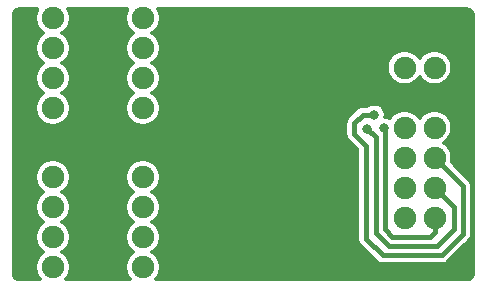
<source format=gbl>
%TF.GenerationSoftware,KiCad,Pcbnew,5.1.6-c6e7f7d~86~ubuntu18.04.1*%
%TF.CreationDate,2020-07-28T03:10:59+01:00*%
%TF.ProjectId,pmod_picoblade,706d6f64-5f70-4696-936f-626c6164652e,rev?*%
%TF.SameCoordinates,Original*%
%TF.FileFunction,Copper,L2,Bot*%
%TF.FilePolarity,Positive*%
%FSLAX46Y46*%
G04 Gerber Fmt 4.6, Leading zero omitted, Abs format (unit mm)*
G04 Created by KiCad (PCBNEW 5.1.6-c6e7f7d~86~ubuntu18.04.1) date 2020-07-28 03:10:59*
%MOMM*%
%LPD*%
G01*
G04 APERTURE LIST*
%TA.AperFunction,ComponentPad*%
%ADD10C,1.900000*%
%TD*%
%TA.AperFunction,ViaPad*%
%ADD11C,0.800000*%
%TD*%
%TA.AperFunction,Conductor*%
%ADD12C,0.400000*%
%TD*%
%TA.AperFunction,Conductor*%
%ADD13C,0.300000*%
%TD*%
G04 APERTURE END LIST*
D10*
%TO.P,J6,8*%
%TO.N,/PMOD4*%
X110490000Y-66929000D03*
%TO.P,J6,7*%
%TO.N,GND*%
X107950000Y-66929000D03*
%TO.P,J6,6*%
%TO.N,/PMOD5*%
X110490000Y-64389000D03*
%TO.P,J6,5*%
%TO.N,GND*%
X107950000Y-64389000D03*
%TO.P,J6,4*%
%TO.N,/PMOD6*%
X110490000Y-61849000D03*
%TO.P,J6,3*%
%TO.N,GND*%
X107950000Y-61849000D03*
%TO.P,J6,2*%
%TO.N,/PMOD7*%
X110490000Y-59309000D03*
%TO.P,J6,1*%
%TO.N,GND*%
X107950000Y-59309000D03*
%TD*%
%TO.P,J5,1*%
%TO.N,GND*%
X100330000Y-59309000D03*
%TO.P,J5,2*%
%TO.N,/PMOD7*%
X102870000Y-59309000D03*
%TO.P,J5,3*%
%TO.N,GND*%
X100330000Y-61849000D03*
%TO.P,J5,4*%
%TO.N,/PMOD6*%
X102870000Y-61849000D03*
%TO.P,J5,5*%
%TO.N,GND*%
X100330000Y-64389000D03*
%TO.P,J5,6*%
%TO.N,/PMOD5*%
X102870000Y-64389000D03*
%TO.P,J5,7*%
%TO.N,GND*%
X100330000Y-66929000D03*
%TO.P,J5,8*%
%TO.N,/PMOD4*%
X102870000Y-66929000D03*
%TD*%
%TO.P,J4,12*%
%TO.N,N/C*%
X132650000Y-63500000D03*
%TO.P,J4,11*%
X135190000Y-63500000D03*
%TO.P,J4,10*%
%TO.N,GND*%
X132650000Y-66040000D03*
%TO.P,J4,9*%
X135190000Y-66040000D03*
%TO.P,J4,8*%
%TO.N,/PMOD3*%
X132650000Y-68580000D03*
%TO.P,J4,7*%
%TO.N,/PMOD7*%
X135190000Y-68580000D03*
%TO.P,J4,6*%
%TO.N,/PMOD2*%
X132650000Y-71120000D03*
%TO.P,J4,5*%
%TO.N,/PMOD6*%
X135190000Y-71120000D03*
%TO.P,J4,4*%
%TO.N,/PMOD1*%
X132650000Y-73660000D03*
%TO.P,J4,3*%
%TO.N,/PMOD5*%
X135190000Y-73660000D03*
%TO.P,J4,2*%
%TO.N,/PMOD0*%
X132650000Y-76200000D03*
%TO.P,J4,1*%
%TO.N,/PMOD4*%
X135190000Y-76200000D03*
%TD*%
%TO.P,J2,8*%
%TO.N,/PMOD0*%
X110490000Y-80391000D03*
%TO.P,J2,7*%
%TO.N,GND*%
X107950000Y-80391000D03*
%TO.P,J2,6*%
%TO.N,/PMOD1*%
X110490000Y-77851000D03*
%TO.P,J2,5*%
%TO.N,GND*%
X107950000Y-77851000D03*
%TO.P,J2,4*%
%TO.N,/PMOD2*%
X110490000Y-75311000D03*
%TO.P,J2,3*%
%TO.N,GND*%
X107950000Y-75311000D03*
%TO.P,J2,2*%
%TO.N,/PMOD3*%
X110490000Y-72771000D03*
%TO.P,J2,1*%
%TO.N,GND*%
X107950000Y-72771000D03*
%TD*%
%TO.P,J1,8*%
%TO.N,/PMOD0*%
X102870000Y-80391000D03*
%TO.P,J1,7*%
%TO.N,GND*%
X100330000Y-80391000D03*
%TO.P,J1,6*%
%TO.N,/PMOD1*%
X102870000Y-77851000D03*
%TO.P,J1,5*%
%TO.N,GND*%
X100330000Y-77851000D03*
%TO.P,J1,4*%
%TO.N,/PMOD2*%
X102870000Y-75311000D03*
%TO.P,J1,3*%
%TO.N,GND*%
X100330000Y-75311000D03*
%TO.P,J1,2*%
%TO.N,/PMOD3*%
X102870000Y-72771000D03*
%TO.P,J1,1*%
%TO.N,GND*%
X100330000Y-72771000D03*
%TD*%
D11*
%TO.N,GND*%
X120500000Y-62200000D03*
X123600000Y-62200000D03*
X114700000Y-70200000D03*
X117400000Y-70200000D03*
%TO.N,/PMOD4*%
X130900000Y-68600000D03*
%TO.N,/PMOD6*%
X130100000Y-67500000D03*
%TO.N,/PMOD5*%
X129500000Y-68700000D03*
%TD*%
D12*
%TO.N,/PMOD4*%
X135190000Y-76200000D02*
X135190000Y-77410000D01*
X135190000Y-77410000D02*
X134800000Y-77800000D01*
X134800000Y-77800000D02*
X131600000Y-77800000D01*
X131600000Y-77800000D02*
X131000000Y-77200000D01*
X131000000Y-77200000D02*
X131000000Y-68700000D01*
X131000000Y-68700000D02*
X130900000Y-68600000D01*
%TO.N,/PMOD6*%
X135190000Y-71120000D02*
X137600000Y-73530000D01*
X137600000Y-73530000D02*
X137600000Y-77600000D01*
X137600000Y-77600000D02*
X135800000Y-79400000D01*
X135800000Y-79400000D02*
X130800000Y-79400000D01*
X130800000Y-79400000D02*
X129400000Y-78000000D01*
X129400000Y-78000000D02*
X129400000Y-70100000D01*
X129400000Y-70100000D02*
X128400000Y-69100000D01*
X128400000Y-69100000D02*
X128400000Y-68200000D01*
X128400000Y-68200000D02*
X129100000Y-67500000D01*
X129100000Y-67500000D02*
X130100000Y-67500000D01*
%TO.N,/PMOD5*%
X135190000Y-73660000D02*
X136800000Y-75270000D01*
X136800000Y-75270000D02*
X136800000Y-77200000D01*
X136800000Y-77200000D02*
X135400000Y-78600000D01*
X135400000Y-78600000D02*
X131300000Y-78600000D01*
X131300000Y-78600000D02*
X130200000Y-77500000D01*
X130200000Y-77500000D02*
X130200000Y-69400000D01*
X130200000Y-69400000D02*
X129500000Y-68700000D01*
%TD*%
D13*
%TO.N,GND*%
G36*
X101540717Y-58598483D02*
G01*
X101427644Y-58871466D01*
X101370000Y-59161263D01*
X101370000Y-59456737D01*
X101427644Y-59746534D01*
X101540717Y-60019517D01*
X101704874Y-60265194D01*
X101913806Y-60474126D01*
X102070760Y-60579000D01*
X101913806Y-60683874D01*
X101704874Y-60892806D01*
X101540717Y-61138483D01*
X101427644Y-61411466D01*
X101370000Y-61701263D01*
X101370000Y-61996737D01*
X101427644Y-62286534D01*
X101540717Y-62559517D01*
X101704874Y-62805194D01*
X101913806Y-63014126D01*
X102070760Y-63119000D01*
X101913806Y-63223874D01*
X101704874Y-63432806D01*
X101540717Y-63678483D01*
X101427644Y-63951466D01*
X101370000Y-64241263D01*
X101370000Y-64536737D01*
X101427644Y-64826534D01*
X101540717Y-65099517D01*
X101704874Y-65345194D01*
X101913806Y-65554126D01*
X102070760Y-65659000D01*
X101913806Y-65763874D01*
X101704874Y-65972806D01*
X101540717Y-66218483D01*
X101427644Y-66491466D01*
X101370000Y-66781263D01*
X101370000Y-67076737D01*
X101427644Y-67366534D01*
X101540717Y-67639517D01*
X101704874Y-67885194D01*
X101913806Y-68094126D01*
X102159483Y-68258283D01*
X102432466Y-68371356D01*
X102722263Y-68429000D01*
X103017737Y-68429000D01*
X103307534Y-68371356D01*
X103580517Y-68258283D01*
X103826194Y-68094126D01*
X104035126Y-67885194D01*
X104199283Y-67639517D01*
X104312356Y-67366534D01*
X104370000Y-67076737D01*
X104370000Y-66781263D01*
X104312356Y-66491466D01*
X104199283Y-66218483D01*
X104035126Y-65972806D01*
X103826194Y-65763874D01*
X103669240Y-65659000D01*
X103826194Y-65554126D01*
X104035126Y-65345194D01*
X104199283Y-65099517D01*
X104312356Y-64826534D01*
X104370000Y-64536737D01*
X104370000Y-64241263D01*
X104312356Y-63951466D01*
X104199283Y-63678483D01*
X104035126Y-63432806D01*
X103826194Y-63223874D01*
X103669240Y-63119000D01*
X103826194Y-63014126D01*
X104035126Y-62805194D01*
X104199283Y-62559517D01*
X104312356Y-62286534D01*
X104370000Y-61996737D01*
X104370000Y-61701263D01*
X104312356Y-61411466D01*
X104199283Y-61138483D01*
X104035126Y-60892806D01*
X103826194Y-60683874D01*
X103669240Y-60579000D01*
X103826194Y-60474126D01*
X104035126Y-60265194D01*
X104199283Y-60019517D01*
X104312356Y-59746534D01*
X104370000Y-59456737D01*
X104370000Y-59161263D01*
X104312356Y-58871466D01*
X104199283Y-58598483D01*
X104183592Y-58575000D01*
X109176408Y-58575000D01*
X109160717Y-58598483D01*
X109047644Y-58871466D01*
X108990000Y-59161263D01*
X108990000Y-59456737D01*
X109047644Y-59746534D01*
X109160717Y-60019517D01*
X109324874Y-60265194D01*
X109533806Y-60474126D01*
X109690760Y-60579000D01*
X109533806Y-60683874D01*
X109324874Y-60892806D01*
X109160717Y-61138483D01*
X109047644Y-61411466D01*
X108990000Y-61701263D01*
X108990000Y-61996737D01*
X109047644Y-62286534D01*
X109160717Y-62559517D01*
X109324874Y-62805194D01*
X109533806Y-63014126D01*
X109690760Y-63119000D01*
X109533806Y-63223874D01*
X109324874Y-63432806D01*
X109160717Y-63678483D01*
X109047644Y-63951466D01*
X108990000Y-64241263D01*
X108990000Y-64536737D01*
X109047644Y-64826534D01*
X109160717Y-65099517D01*
X109324874Y-65345194D01*
X109533806Y-65554126D01*
X109690760Y-65659000D01*
X109533806Y-65763874D01*
X109324874Y-65972806D01*
X109160717Y-66218483D01*
X109047644Y-66491466D01*
X108990000Y-66781263D01*
X108990000Y-67076737D01*
X109047644Y-67366534D01*
X109160717Y-67639517D01*
X109324874Y-67885194D01*
X109533806Y-68094126D01*
X109779483Y-68258283D01*
X110052466Y-68371356D01*
X110342263Y-68429000D01*
X110637737Y-68429000D01*
X110927534Y-68371356D01*
X111200517Y-68258283D01*
X111287743Y-68200000D01*
X127646373Y-68200000D01*
X127650000Y-68236827D01*
X127650000Y-69063173D01*
X127646373Y-69100000D01*
X127650000Y-69136827D01*
X127650000Y-69136834D01*
X127660853Y-69247025D01*
X127703739Y-69388400D01*
X127773381Y-69518692D01*
X127867105Y-69632895D01*
X127895719Y-69656378D01*
X128650001Y-70410661D01*
X128650000Y-77963173D01*
X128646373Y-78000000D01*
X128650000Y-78036827D01*
X128650000Y-78036834D01*
X128660853Y-78147025D01*
X128703739Y-78288400D01*
X128773381Y-78418692D01*
X128867105Y-78532895D01*
X128895719Y-78556378D01*
X130243626Y-79904286D01*
X130267105Y-79932895D01*
X130381307Y-80026619D01*
X130511599Y-80096261D01*
X130652974Y-80139147D01*
X130763165Y-80150000D01*
X130763172Y-80150000D01*
X130800000Y-80153627D01*
X130836827Y-80150000D01*
X135763173Y-80150000D01*
X135800000Y-80153627D01*
X135836827Y-80150000D01*
X135836835Y-80150000D01*
X135947026Y-80139147D01*
X136088401Y-80096261D01*
X136218693Y-80026619D01*
X136332895Y-79932895D01*
X136356378Y-79904281D01*
X138104291Y-78156370D01*
X138132895Y-78132895D01*
X138156369Y-78104292D01*
X138156376Y-78104285D01*
X138226618Y-78018694D01*
X138234321Y-78004283D01*
X138296261Y-77888401D01*
X138339147Y-77747026D01*
X138350000Y-77636835D01*
X138350000Y-77636826D01*
X138353627Y-77600001D01*
X138350000Y-77563176D01*
X138350000Y-73566828D01*
X138353627Y-73530000D01*
X138350000Y-73493172D01*
X138350000Y-73493165D01*
X138339147Y-73382974D01*
X138296261Y-73241599D01*
X138226619Y-73111307D01*
X138132895Y-72997105D01*
X138104287Y-72973627D01*
X136641620Y-71510961D01*
X136690000Y-71267737D01*
X136690000Y-70972263D01*
X136632356Y-70682466D01*
X136519283Y-70409483D01*
X136355126Y-70163806D01*
X136146194Y-69954874D01*
X135989240Y-69850000D01*
X136146194Y-69745126D01*
X136355126Y-69536194D01*
X136519283Y-69290517D01*
X136632356Y-69017534D01*
X136690000Y-68727737D01*
X136690000Y-68432263D01*
X136632356Y-68142466D01*
X136519283Y-67869483D01*
X136355126Y-67623806D01*
X136146194Y-67414874D01*
X135900517Y-67250717D01*
X135627534Y-67137644D01*
X135337737Y-67080000D01*
X135042263Y-67080000D01*
X134752466Y-67137644D01*
X134479483Y-67250717D01*
X134233806Y-67414874D01*
X134024874Y-67623806D01*
X133920000Y-67780760D01*
X133815126Y-67623806D01*
X133606194Y-67414874D01*
X133360517Y-67250717D01*
X133087534Y-67137644D01*
X132797737Y-67080000D01*
X132502263Y-67080000D01*
X132212466Y-67137644D01*
X131939483Y-67250717D01*
X131693806Y-67414874D01*
X131484874Y-67623806D01*
X131381196Y-67778970D01*
X131349994Y-67758121D01*
X131177105Y-67686508D01*
X131037054Y-67658650D01*
X131050000Y-67593567D01*
X131050000Y-67406433D01*
X131013492Y-67222895D01*
X130941879Y-67050006D01*
X130837913Y-66894410D01*
X130705590Y-66762087D01*
X130549994Y-66658121D01*
X130377105Y-66586508D01*
X130193567Y-66550000D01*
X130006433Y-66550000D01*
X129822895Y-66586508D01*
X129650006Y-66658121D01*
X129512499Y-66750000D01*
X129136816Y-66750000D01*
X129099999Y-66746374D01*
X129063182Y-66750000D01*
X129063165Y-66750000D01*
X128952974Y-66760853D01*
X128811599Y-66803739D01*
X128681307Y-66873381D01*
X128681305Y-66873382D01*
X128681306Y-66873382D01*
X128595715Y-66943624D01*
X128595708Y-66943631D01*
X128567105Y-66967105D01*
X128543630Y-66995709D01*
X127895714Y-67643627D01*
X127867106Y-67667105D01*
X127843627Y-67695714D01*
X127843624Y-67695717D01*
X127816131Y-67729218D01*
X127773382Y-67781307D01*
X127738604Y-67846373D01*
X127703739Y-67911600D01*
X127660853Y-68052975D01*
X127656800Y-68094126D01*
X127650000Y-68163165D01*
X127650000Y-68163173D01*
X127646373Y-68200000D01*
X111287743Y-68200000D01*
X111446194Y-68094126D01*
X111655126Y-67885194D01*
X111819283Y-67639517D01*
X111932356Y-67366534D01*
X111990000Y-67076737D01*
X111990000Y-66781263D01*
X111932356Y-66491466D01*
X111819283Y-66218483D01*
X111655126Y-65972806D01*
X111446194Y-65763874D01*
X111289240Y-65659000D01*
X111446194Y-65554126D01*
X111655126Y-65345194D01*
X111819283Y-65099517D01*
X111932356Y-64826534D01*
X111990000Y-64536737D01*
X111990000Y-64241263D01*
X111932356Y-63951466D01*
X111819283Y-63678483D01*
X111655126Y-63432806D01*
X111574583Y-63352263D01*
X131150000Y-63352263D01*
X131150000Y-63647737D01*
X131207644Y-63937534D01*
X131320717Y-64210517D01*
X131484874Y-64456194D01*
X131693806Y-64665126D01*
X131939483Y-64829283D01*
X132212466Y-64942356D01*
X132502263Y-65000000D01*
X132797737Y-65000000D01*
X133087534Y-64942356D01*
X133360517Y-64829283D01*
X133606194Y-64665126D01*
X133815126Y-64456194D01*
X133920000Y-64299240D01*
X134024874Y-64456194D01*
X134233806Y-64665126D01*
X134479483Y-64829283D01*
X134752466Y-64942356D01*
X135042263Y-65000000D01*
X135337737Y-65000000D01*
X135627534Y-64942356D01*
X135900517Y-64829283D01*
X136146194Y-64665126D01*
X136355126Y-64456194D01*
X136519283Y-64210517D01*
X136632356Y-63937534D01*
X136690000Y-63647737D01*
X136690000Y-63352263D01*
X136632356Y-63062466D01*
X136519283Y-62789483D01*
X136355126Y-62543806D01*
X136146194Y-62334874D01*
X135900517Y-62170717D01*
X135627534Y-62057644D01*
X135337737Y-62000000D01*
X135042263Y-62000000D01*
X134752466Y-62057644D01*
X134479483Y-62170717D01*
X134233806Y-62334874D01*
X134024874Y-62543806D01*
X133920000Y-62700760D01*
X133815126Y-62543806D01*
X133606194Y-62334874D01*
X133360517Y-62170717D01*
X133087534Y-62057644D01*
X132797737Y-62000000D01*
X132502263Y-62000000D01*
X132212466Y-62057644D01*
X131939483Y-62170717D01*
X131693806Y-62334874D01*
X131484874Y-62543806D01*
X131320717Y-62789483D01*
X131207644Y-63062466D01*
X131150000Y-63352263D01*
X111574583Y-63352263D01*
X111446194Y-63223874D01*
X111289240Y-63119000D01*
X111446194Y-63014126D01*
X111655126Y-62805194D01*
X111819283Y-62559517D01*
X111932356Y-62286534D01*
X111990000Y-61996737D01*
X111990000Y-61701263D01*
X111932356Y-61411466D01*
X111819283Y-61138483D01*
X111655126Y-60892806D01*
X111446194Y-60683874D01*
X111289240Y-60579000D01*
X111446194Y-60474126D01*
X111655126Y-60265194D01*
X111819283Y-60019517D01*
X111932356Y-59746534D01*
X111990000Y-59456737D01*
X111990000Y-59161263D01*
X111932356Y-58871466D01*
X111819283Y-58598483D01*
X111803592Y-58575000D01*
X137971874Y-58575000D01*
X138082014Y-58585799D01*
X138160906Y-58609618D01*
X138233665Y-58648305D01*
X138297527Y-58700389D01*
X138350056Y-58763885D01*
X138389250Y-58836375D01*
X138413618Y-58915096D01*
X138425000Y-59023383D01*
X138425001Y-80971865D01*
X138414201Y-81082014D01*
X138390382Y-81160905D01*
X138351694Y-81233666D01*
X138299610Y-81297527D01*
X138236114Y-81350056D01*
X138163628Y-81389249D01*
X138084904Y-81413618D01*
X137976616Y-81425000D01*
X111577320Y-81425000D01*
X111655126Y-81347194D01*
X111819283Y-81101517D01*
X111932356Y-80828534D01*
X111990000Y-80538737D01*
X111990000Y-80243263D01*
X111932356Y-79953466D01*
X111819283Y-79680483D01*
X111655126Y-79434806D01*
X111446194Y-79225874D01*
X111289240Y-79121000D01*
X111446194Y-79016126D01*
X111655126Y-78807194D01*
X111819283Y-78561517D01*
X111932356Y-78288534D01*
X111990000Y-77998737D01*
X111990000Y-77703263D01*
X111932356Y-77413466D01*
X111819283Y-77140483D01*
X111655126Y-76894806D01*
X111446194Y-76685874D01*
X111289240Y-76581000D01*
X111446194Y-76476126D01*
X111655126Y-76267194D01*
X111819283Y-76021517D01*
X111932356Y-75748534D01*
X111990000Y-75458737D01*
X111990000Y-75163263D01*
X111932356Y-74873466D01*
X111819283Y-74600483D01*
X111655126Y-74354806D01*
X111446194Y-74145874D01*
X111289240Y-74041000D01*
X111446194Y-73936126D01*
X111655126Y-73727194D01*
X111819283Y-73481517D01*
X111932356Y-73208534D01*
X111990000Y-72918737D01*
X111990000Y-72623263D01*
X111932356Y-72333466D01*
X111819283Y-72060483D01*
X111655126Y-71814806D01*
X111446194Y-71605874D01*
X111200517Y-71441717D01*
X110927534Y-71328644D01*
X110637737Y-71271000D01*
X110342263Y-71271000D01*
X110052466Y-71328644D01*
X109779483Y-71441717D01*
X109533806Y-71605874D01*
X109324874Y-71814806D01*
X109160717Y-72060483D01*
X109047644Y-72333466D01*
X108990000Y-72623263D01*
X108990000Y-72918737D01*
X109047644Y-73208534D01*
X109160717Y-73481517D01*
X109324874Y-73727194D01*
X109533806Y-73936126D01*
X109690760Y-74041000D01*
X109533806Y-74145874D01*
X109324874Y-74354806D01*
X109160717Y-74600483D01*
X109047644Y-74873466D01*
X108990000Y-75163263D01*
X108990000Y-75458737D01*
X109047644Y-75748534D01*
X109160717Y-76021517D01*
X109324874Y-76267194D01*
X109533806Y-76476126D01*
X109690760Y-76581000D01*
X109533806Y-76685874D01*
X109324874Y-76894806D01*
X109160717Y-77140483D01*
X109047644Y-77413466D01*
X108990000Y-77703263D01*
X108990000Y-77998737D01*
X109047644Y-78288534D01*
X109160717Y-78561517D01*
X109324874Y-78807194D01*
X109533806Y-79016126D01*
X109690760Y-79121000D01*
X109533806Y-79225874D01*
X109324874Y-79434806D01*
X109160717Y-79680483D01*
X109047644Y-79953466D01*
X108990000Y-80243263D01*
X108990000Y-80538737D01*
X109047644Y-80828534D01*
X109160717Y-81101517D01*
X109324874Y-81347194D01*
X109402680Y-81425000D01*
X103957320Y-81425000D01*
X104035126Y-81347194D01*
X104199283Y-81101517D01*
X104312356Y-80828534D01*
X104370000Y-80538737D01*
X104370000Y-80243263D01*
X104312356Y-79953466D01*
X104199283Y-79680483D01*
X104035126Y-79434806D01*
X103826194Y-79225874D01*
X103669240Y-79121000D01*
X103826194Y-79016126D01*
X104035126Y-78807194D01*
X104199283Y-78561517D01*
X104312356Y-78288534D01*
X104370000Y-77998737D01*
X104370000Y-77703263D01*
X104312356Y-77413466D01*
X104199283Y-77140483D01*
X104035126Y-76894806D01*
X103826194Y-76685874D01*
X103669240Y-76581000D01*
X103826194Y-76476126D01*
X104035126Y-76267194D01*
X104199283Y-76021517D01*
X104312356Y-75748534D01*
X104370000Y-75458737D01*
X104370000Y-75163263D01*
X104312356Y-74873466D01*
X104199283Y-74600483D01*
X104035126Y-74354806D01*
X103826194Y-74145874D01*
X103669240Y-74041000D01*
X103826194Y-73936126D01*
X104035126Y-73727194D01*
X104199283Y-73481517D01*
X104312356Y-73208534D01*
X104370000Y-72918737D01*
X104370000Y-72623263D01*
X104312356Y-72333466D01*
X104199283Y-72060483D01*
X104035126Y-71814806D01*
X103826194Y-71605874D01*
X103580517Y-71441717D01*
X103307534Y-71328644D01*
X103017737Y-71271000D01*
X102722263Y-71271000D01*
X102432466Y-71328644D01*
X102159483Y-71441717D01*
X101913806Y-71605874D01*
X101704874Y-71814806D01*
X101540717Y-72060483D01*
X101427644Y-72333466D01*
X101370000Y-72623263D01*
X101370000Y-72918737D01*
X101427644Y-73208534D01*
X101540717Y-73481517D01*
X101704874Y-73727194D01*
X101913806Y-73936126D01*
X102070760Y-74041000D01*
X101913806Y-74145874D01*
X101704874Y-74354806D01*
X101540717Y-74600483D01*
X101427644Y-74873466D01*
X101370000Y-75163263D01*
X101370000Y-75458737D01*
X101427644Y-75748534D01*
X101540717Y-76021517D01*
X101704874Y-76267194D01*
X101913806Y-76476126D01*
X102070760Y-76581000D01*
X101913806Y-76685874D01*
X101704874Y-76894806D01*
X101540717Y-77140483D01*
X101427644Y-77413466D01*
X101370000Y-77703263D01*
X101370000Y-77998737D01*
X101427644Y-78288534D01*
X101540717Y-78561517D01*
X101704874Y-78807194D01*
X101913806Y-79016126D01*
X102070760Y-79121000D01*
X101913806Y-79225874D01*
X101704874Y-79434806D01*
X101540717Y-79680483D01*
X101427644Y-79953466D01*
X101370000Y-80243263D01*
X101370000Y-80538737D01*
X101427644Y-80828534D01*
X101540717Y-81101517D01*
X101704874Y-81347194D01*
X101782680Y-81425000D01*
X100028125Y-81425000D01*
X99917986Y-81414201D01*
X99839095Y-81390382D01*
X99766334Y-81351694D01*
X99702473Y-81299610D01*
X99649944Y-81236114D01*
X99610751Y-81163628D01*
X99586382Y-81084904D01*
X99575000Y-80976616D01*
X99575000Y-59028126D01*
X99585799Y-58917986D01*
X99609618Y-58839094D01*
X99648305Y-58766335D01*
X99700389Y-58702473D01*
X99763885Y-58649944D01*
X99836375Y-58610750D01*
X99915096Y-58586382D01*
X100023383Y-58575000D01*
X101556408Y-58575000D01*
X101540717Y-58598483D01*
G37*
X101540717Y-58598483D02*
X101427644Y-58871466D01*
X101370000Y-59161263D01*
X101370000Y-59456737D01*
X101427644Y-59746534D01*
X101540717Y-60019517D01*
X101704874Y-60265194D01*
X101913806Y-60474126D01*
X102070760Y-60579000D01*
X101913806Y-60683874D01*
X101704874Y-60892806D01*
X101540717Y-61138483D01*
X101427644Y-61411466D01*
X101370000Y-61701263D01*
X101370000Y-61996737D01*
X101427644Y-62286534D01*
X101540717Y-62559517D01*
X101704874Y-62805194D01*
X101913806Y-63014126D01*
X102070760Y-63119000D01*
X101913806Y-63223874D01*
X101704874Y-63432806D01*
X101540717Y-63678483D01*
X101427644Y-63951466D01*
X101370000Y-64241263D01*
X101370000Y-64536737D01*
X101427644Y-64826534D01*
X101540717Y-65099517D01*
X101704874Y-65345194D01*
X101913806Y-65554126D01*
X102070760Y-65659000D01*
X101913806Y-65763874D01*
X101704874Y-65972806D01*
X101540717Y-66218483D01*
X101427644Y-66491466D01*
X101370000Y-66781263D01*
X101370000Y-67076737D01*
X101427644Y-67366534D01*
X101540717Y-67639517D01*
X101704874Y-67885194D01*
X101913806Y-68094126D01*
X102159483Y-68258283D01*
X102432466Y-68371356D01*
X102722263Y-68429000D01*
X103017737Y-68429000D01*
X103307534Y-68371356D01*
X103580517Y-68258283D01*
X103826194Y-68094126D01*
X104035126Y-67885194D01*
X104199283Y-67639517D01*
X104312356Y-67366534D01*
X104370000Y-67076737D01*
X104370000Y-66781263D01*
X104312356Y-66491466D01*
X104199283Y-66218483D01*
X104035126Y-65972806D01*
X103826194Y-65763874D01*
X103669240Y-65659000D01*
X103826194Y-65554126D01*
X104035126Y-65345194D01*
X104199283Y-65099517D01*
X104312356Y-64826534D01*
X104370000Y-64536737D01*
X104370000Y-64241263D01*
X104312356Y-63951466D01*
X104199283Y-63678483D01*
X104035126Y-63432806D01*
X103826194Y-63223874D01*
X103669240Y-63119000D01*
X103826194Y-63014126D01*
X104035126Y-62805194D01*
X104199283Y-62559517D01*
X104312356Y-62286534D01*
X104370000Y-61996737D01*
X104370000Y-61701263D01*
X104312356Y-61411466D01*
X104199283Y-61138483D01*
X104035126Y-60892806D01*
X103826194Y-60683874D01*
X103669240Y-60579000D01*
X103826194Y-60474126D01*
X104035126Y-60265194D01*
X104199283Y-60019517D01*
X104312356Y-59746534D01*
X104370000Y-59456737D01*
X104370000Y-59161263D01*
X104312356Y-58871466D01*
X104199283Y-58598483D01*
X104183592Y-58575000D01*
X109176408Y-58575000D01*
X109160717Y-58598483D01*
X109047644Y-58871466D01*
X108990000Y-59161263D01*
X108990000Y-59456737D01*
X109047644Y-59746534D01*
X109160717Y-60019517D01*
X109324874Y-60265194D01*
X109533806Y-60474126D01*
X109690760Y-60579000D01*
X109533806Y-60683874D01*
X109324874Y-60892806D01*
X109160717Y-61138483D01*
X109047644Y-61411466D01*
X108990000Y-61701263D01*
X108990000Y-61996737D01*
X109047644Y-62286534D01*
X109160717Y-62559517D01*
X109324874Y-62805194D01*
X109533806Y-63014126D01*
X109690760Y-63119000D01*
X109533806Y-63223874D01*
X109324874Y-63432806D01*
X109160717Y-63678483D01*
X109047644Y-63951466D01*
X108990000Y-64241263D01*
X108990000Y-64536737D01*
X109047644Y-64826534D01*
X109160717Y-65099517D01*
X109324874Y-65345194D01*
X109533806Y-65554126D01*
X109690760Y-65659000D01*
X109533806Y-65763874D01*
X109324874Y-65972806D01*
X109160717Y-66218483D01*
X109047644Y-66491466D01*
X108990000Y-66781263D01*
X108990000Y-67076737D01*
X109047644Y-67366534D01*
X109160717Y-67639517D01*
X109324874Y-67885194D01*
X109533806Y-68094126D01*
X109779483Y-68258283D01*
X110052466Y-68371356D01*
X110342263Y-68429000D01*
X110637737Y-68429000D01*
X110927534Y-68371356D01*
X111200517Y-68258283D01*
X111287743Y-68200000D01*
X127646373Y-68200000D01*
X127650000Y-68236827D01*
X127650000Y-69063173D01*
X127646373Y-69100000D01*
X127650000Y-69136827D01*
X127650000Y-69136834D01*
X127660853Y-69247025D01*
X127703739Y-69388400D01*
X127773381Y-69518692D01*
X127867105Y-69632895D01*
X127895719Y-69656378D01*
X128650001Y-70410661D01*
X128650000Y-77963173D01*
X128646373Y-78000000D01*
X128650000Y-78036827D01*
X128650000Y-78036834D01*
X128660853Y-78147025D01*
X128703739Y-78288400D01*
X128773381Y-78418692D01*
X128867105Y-78532895D01*
X128895719Y-78556378D01*
X130243626Y-79904286D01*
X130267105Y-79932895D01*
X130381307Y-80026619D01*
X130511599Y-80096261D01*
X130652974Y-80139147D01*
X130763165Y-80150000D01*
X130763172Y-80150000D01*
X130800000Y-80153627D01*
X130836827Y-80150000D01*
X135763173Y-80150000D01*
X135800000Y-80153627D01*
X135836827Y-80150000D01*
X135836835Y-80150000D01*
X135947026Y-80139147D01*
X136088401Y-80096261D01*
X136218693Y-80026619D01*
X136332895Y-79932895D01*
X136356378Y-79904281D01*
X138104291Y-78156370D01*
X138132895Y-78132895D01*
X138156369Y-78104292D01*
X138156376Y-78104285D01*
X138226618Y-78018694D01*
X138234321Y-78004283D01*
X138296261Y-77888401D01*
X138339147Y-77747026D01*
X138350000Y-77636835D01*
X138350000Y-77636826D01*
X138353627Y-77600001D01*
X138350000Y-77563176D01*
X138350000Y-73566828D01*
X138353627Y-73530000D01*
X138350000Y-73493172D01*
X138350000Y-73493165D01*
X138339147Y-73382974D01*
X138296261Y-73241599D01*
X138226619Y-73111307D01*
X138132895Y-72997105D01*
X138104287Y-72973627D01*
X136641620Y-71510961D01*
X136690000Y-71267737D01*
X136690000Y-70972263D01*
X136632356Y-70682466D01*
X136519283Y-70409483D01*
X136355126Y-70163806D01*
X136146194Y-69954874D01*
X135989240Y-69850000D01*
X136146194Y-69745126D01*
X136355126Y-69536194D01*
X136519283Y-69290517D01*
X136632356Y-69017534D01*
X136690000Y-68727737D01*
X136690000Y-68432263D01*
X136632356Y-68142466D01*
X136519283Y-67869483D01*
X136355126Y-67623806D01*
X136146194Y-67414874D01*
X135900517Y-67250717D01*
X135627534Y-67137644D01*
X135337737Y-67080000D01*
X135042263Y-67080000D01*
X134752466Y-67137644D01*
X134479483Y-67250717D01*
X134233806Y-67414874D01*
X134024874Y-67623806D01*
X133920000Y-67780760D01*
X133815126Y-67623806D01*
X133606194Y-67414874D01*
X133360517Y-67250717D01*
X133087534Y-67137644D01*
X132797737Y-67080000D01*
X132502263Y-67080000D01*
X132212466Y-67137644D01*
X131939483Y-67250717D01*
X131693806Y-67414874D01*
X131484874Y-67623806D01*
X131381196Y-67778970D01*
X131349994Y-67758121D01*
X131177105Y-67686508D01*
X131037054Y-67658650D01*
X131050000Y-67593567D01*
X131050000Y-67406433D01*
X131013492Y-67222895D01*
X130941879Y-67050006D01*
X130837913Y-66894410D01*
X130705590Y-66762087D01*
X130549994Y-66658121D01*
X130377105Y-66586508D01*
X130193567Y-66550000D01*
X130006433Y-66550000D01*
X129822895Y-66586508D01*
X129650006Y-66658121D01*
X129512499Y-66750000D01*
X129136816Y-66750000D01*
X129099999Y-66746374D01*
X129063182Y-66750000D01*
X129063165Y-66750000D01*
X128952974Y-66760853D01*
X128811599Y-66803739D01*
X128681307Y-66873381D01*
X128681305Y-66873382D01*
X128681306Y-66873382D01*
X128595715Y-66943624D01*
X128595708Y-66943631D01*
X128567105Y-66967105D01*
X128543630Y-66995709D01*
X127895714Y-67643627D01*
X127867106Y-67667105D01*
X127843627Y-67695714D01*
X127843624Y-67695717D01*
X127816131Y-67729218D01*
X127773382Y-67781307D01*
X127738604Y-67846373D01*
X127703739Y-67911600D01*
X127660853Y-68052975D01*
X127656800Y-68094126D01*
X127650000Y-68163165D01*
X127650000Y-68163173D01*
X127646373Y-68200000D01*
X111287743Y-68200000D01*
X111446194Y-68094126D01*
X111655126Y-67885194D01*
X111819283Y-67639517D01*
X111932356Y-67366534D01*
X111990000Y-67076737D01*
X111990000Y-66781263D01*
X111932356Y-66491466D01*
X111819283Y-66218483D01*
X111655126Y-65972806D01*
X111446194Y-65763874D01*
X111289240Y-65659000D01*
X111446194Y-65554126D01*
X111655126Y-65345194D01*
X111819283Y-65099517D01*
X111932356Y-64826534D01*
X111990000Y-64536737D01*
X111990000Y-64241263D01*
X111932356Y-63951466D01*
X111819283Y-63678483D01*
X111655126Y-63432806D01*
X111574583Y-63352263D01*
X131150000Y-63352263D01*
X131150000Y-63647737D01*
X131207644Y-63937534D01*
X131320717Y-64210517D01*
X131484874Y-64456194D01*
X131693806Y-64665126D01*
X131939483Y-64829283D01*
X132212466Y-64942356D01*
X132502263Y-65000000D01*
X132797737Y-65000000D01*
X133087534Y-64942356D01*
X133360517Y-64829283D01*
X133606194Y-64665126D01*
X133815126Y-64456194D01*
X133920000Y-64299240D01*
X134024874Y-64456194D01*
X134233806Y-64665126D01*
X134479483Y-64829283D01*
X134752466Y-64942356D01*
X135042263Y-65000000D01*
X135337737Y-65000000D01*
X135627534Y-64942356D01*
X135900517Y-64829283D01*
X136146194Y-64665126D01*
X136355126Y-64456194D01*
X136519283Y-64210517D01*
X136632356Y-63937534D01*
X136690000Y-63647737D01*
X136690000Y-63352263D01*
X136632356Y-63062466D01*
X136519283Y-62789483D01*
X136355126Y-62543806D01*
X136146194Y-62334874D01*
X135900517Y-62170717D01*
X135627534Y-62057644D01*
X135337737Y-62000000D01*
X135042263Y-62000000D01*
X134752466Y-62057644D01*
X134479483Y-62170717D01*
X134233806Y-62334874D01*
X134024874Y-62543806D01*
X133920000Y-62700760D01*
X133815126Y-62543806D01*
X133606194Y-62334874D01*
X133360517Y-62170717D01*
X133087534Y-62057644D01*
X132797737Y-62000000D01*
X132502263Y-62000000D01*
X132212466Y-62057644D01*
X131939483Y-62170717D01*
X131693806Y-62334874D01*
X131484874Y-62543806D01*
X131320717Y-62789483D01*
X131207644Y-63062466D01*
X131150000Y-63352263D01*
X111574583Y-63352263D01*
X111446194Y-63223874D01*
X111289240Y-63119000D01*
X111446194Y-63014126D01*
X111655126Y-62805194D01*
X111819283Y-62559517D01*
X111932356Y-62286534D01*
X111990000Y-61996737D01*
X111990000Y-61701263D01*
X111932356Y-61411466D01*
X111819283Y-61138483D01*
X111655126Y-60892806D01*
X111446194Y-60683874D01*
X111289240Y-60579000D01*
X111446194Y-60474126D01*
X111655126Y-60265194D01*
X111819283Y-60019517D01*
X111932356Y-59746534D01*
X111990000Y-59456737D01*
X111990000Y-59161263D01*
X111932356Y-58871466D01*
X111819283Y-58598483D01*
X111803592Y-58575000D01*
X137971874Y-58575000D01*
X138082014Y-58585799D01*
X138160906Y-58609618D01*
X138233665Y-58648305D01*
X138297527Y-58700389D01*
X138350056Y-58763885D01*
X138389250Y-58836375D01*
X138413618Y-58915096D01*
X138425000Y-59023383D01*
X138425001Y-80971865D01*
X138414201Y-81082014D01*
X138390382Y-81160905D01*
X138351694Y-81233666D01*
X138299610Y-81297527D01*
X138236114Y-81350056D01*
X138163628Y-81389249D01*
X138084904Y-81413618D01*
X137976616Y-81425000D01*
X111577320Y-81425000D01*
X111655126Y-81347194D01*
X111819283Y-81101517D01*
X111932356Y-80828534D01*
X111990000Y-80538737D01*
X111990000Y-80243263D01*
X111932356Y-79953466D01*
X111819283Y-79680483D01*
X111655126Y-79434806D01*
X111446194Y-79225874D01*
X111289240Y-79121000D01*
X111446194Y-79016126D01*
X111655126Y-78807194D01*
X111819283Y-78561517D01*
X111932356Y-78288534D01*
X111990000Y-77998737D01*
X111990000Y-77703263D01*
X111932356Y-77413466D01*
X111819283Y-77140483D01*
X111655126Y-76894806D01*
X111446194Y-76685874D01*
X111289240Y-76581000D01*
X111446194Y-76476126D01*
X111655126Y-76267194D01*
X111819283Y-76021517D01*
X111932356Y-75748534D01*
X111990000Y-75458737D01*
X111990000Y-75163263D01*
X111932356Y-74873466D01*
X111819283Y-74600483D01*
X111655126Y-74354806D01*
X111446194Y-74145874D01*
X111289240Y-74041000D01*
X111446194Y-73936126D01*
X111655126Y-73727194D01*
X111819283Y-73481517D01*
X111932356Y-73208534D01*
X111990000Y-72918737D01*
X111990000Y-72623263D01*
X111932356Y-72333466D01*
X111819283Y-72060483D01*
X111655126Y-71814806D01*
X111446194Y-71605874D01*
X111200517Y-71441717D01*
X110927534Y-71328644D01*
X110637737Y-71271000D01*
X110342263Y-71271000D01*
X110052466Y-71328644D01*
X109779483Y-71441717D01*
X109533806Y-71605874D01*
X109324874Y-71814806D01*
X109160717Y-72060483D01*
X109047644Y-72333466D01*
X108990000Y-72623263D01*
X108990000Y-72918737D01*
X109047644Y-73208534D01*
X109160717Y-73481517D01*
X109324874Y-73727194D01*
X109533806Y-73936126D01*
X109690760Y-74041000D01*
X109533806Y-74145874D01*
X109324874Y-74354806D01*
X109160717Y-74600483D01*
X109047644Y-74873466D01*
X108990000Y-75163263D01*
X108990000Y-75458737D01*
X109047644Y-75748534D01*
X109160717Y-76021517D01*
X109324874Y-76267194D01*
X109533806Y-76476126D01*
X109690760Y-76581000D01*
X109533806Y-76685874D01*
X109324874Y-76894806D01*
X109160717Y-77140483D01*
X109047644Y-77413466D01*
X108990000Y-77703263D01*
X108990000Y-77998737D01*
X109047644Y-78288534D01*
X109160717Y-78561517D01*
X109324874Y-78807194D01*
X109533806Y-79016126D01*
X109690760Y-79121000D01*
X109533806Y-79225874D01*
X109324874Y-79434806D01*
X109160717Y-79680483D01*
X109047644Y-79953466D01*
X108990000Y-80243263D01*
X108990000Y-80538737D01*
X109047644Y-80828534D01*
X109160717Y-81101517D01*
X109324874Y-81347194D01*
X109402680Y-81425000D01*
X103957320Y-81425000D01*
X104035126Y-81347194D01*
X104199283Y-81101517D01*
X104312356Y-80828534D01*
X104370000Y-80538737D01*
X104370000Y-80243263D01*
X104312356Y-79953466D01*
X104199283Y-79680483D01*
X104035126Y-79434806D01*
X103826194Y-79225874D01*
X103669240Y-79121000D01*
X103826194Y-79016126D01*
X104035126Y-78807194D01*
X104199283Y-78561517D01*
X104312356Y-78288534D01*
X104370000Y-77998737D01*
X104370000Y-77703263D01*
X104312356Y-77413466D01*
X104199283Y-77140483D01*
X104035126Y-76894806D01*
X103826194Y-76685874D01*
X103669240Y-76581000D01*
X103826194Y-76476126D01*
X104035126Y-76267194D01*
X104199283Y-76021517D01*
X104312356Y-75748534D01*
X104370000Y-75458737D01*
X104370000Y-75163263D01*
X104312356Y-74873466D01*
X104199283Y-74600483D01*
X104035126Y-74354806D01*
X103826194Y-74145874D01*
X103669240Y-74041000D01*
X103826194Y-73936126D01*
X104035126Y-73727194D01*
X104199283Y-73481517D01*
X104312356Y-73208534D01*
X104370000Y-72918737D01*
X104370000Y-72623263D01*
X104312356Y-72333466D01*
X104199283Y-72060483D01*
X104035126Y-71814806D01*
X103826194Y-71605874D01*
X103580517Y-71441717D01*
X103307534Y-71328644D01*
X103017737Y-71271000D01*
X102722263Y-71271000D01*
X102432466Y-71328644D01*
X102159483Y-71441717D01*
X101913806Y-71605874D01*
X101704874Y-71814806D01*
X101540717Y-72060483D01*
X101427644Y-72333466D01*
X101370000Y-72623263D01*
X101370000Y-72918737D01*
X101427644Y-73208534D01*
X101540717Y-73481517D01*
X101704874Y-73727194D01*
X101913806Y-73936126D01*
X102070760Y-74041000D01*
X101913806Y-74145874D01*
X101704874Y-74354806D01*
X101540717Y-74600483D01*
X101427644Y-74873466D01*
X101370000Y-75163263D01*
X101370000Y-75458737D01*
X101427644Y-75748534D01*
X101540717Y-76021517D01*
X101704874Y-76267194D01*
X101913806Y-76476126D01*
X102070760Y-76581000D01*
X101913806Y-76685874D01*
X101704874Y-76894806D01*
X101540717Y-77140483D01*
X101427644Y-77413466D01*
X101370000Y-77703263D01*
X101370000Y-77998737D01*
X101427644Y-78288534D01*
X101540717Y-78561517D01*
X101704874Y-78807194D01*
X101913806Y-79016126D01*
X102070760Y-79121000D01*
X101913806Y-79225874D01*
X101704874Y-79434806D01*
X101540717Y-79680483D01*
X101427644Y-79953466D01*
X101370000Y-80243263D01*
X101370000Y-80538737D01*
X101427644Y-80828534D01*
X101540717Y-81101517D01*
X101704874Y-81347194D01*
X101782680Y-81425000D01*
X100028125Y-81425000D01*
X99917986Y-81414201D01*
X99839095Y-81390382D01*
X99766334Y-81351694D01*
X99702473Y-81299610D01*
X99649944Y-81236114D01*
X99610751Y-81163628D01*
X99586382Y-81084904D01*
X99575000Y-80976616D01*
X99575000Y-59028126D01*
X99585799Y-58917986D01*
X99609618Y-58839094D01*
X99648305Y-58766335D01*
X99700389Y-58702473D01*
X99763885Y-58649944D01*
X99836375Y-58610750D01*
X99915096Y-58586382D01*
X100023383Y-58575000D01*
X101556408Y-58575000D01*
X101540717Y-58598483D01*
%TD*%
M02*

</source>
